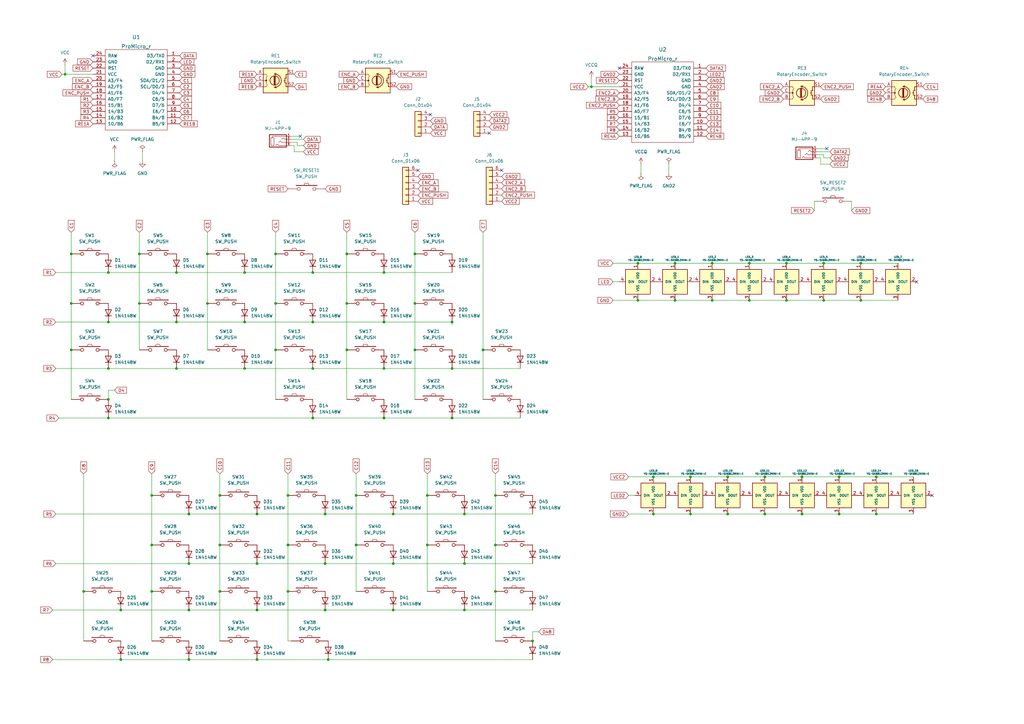
<source format=kicad_sch>
(kicad_sch (version 20211123) (generator eeschema)
  (paper "A3")
  (lib_symbols
    (symbol "Connector_Generic:Conn_01x04" (pin_names (offset 1.016) hide)
      (property "Reference" "J" (at 0 5.08 0))
      (property "Value" "Conn_01x04" (at 0 -7.62 0))
      (symbol "Conn_01x04_1_1"
        (pin passive line (at -5.08 2.54 0) (length 3.81) (name "Pin_1") (number "1"))
        (pin passive line (at -5.08 0 0) (length 3.81) (name "Pin_2") (number "2"))
        (pin passive line (at -5.08 -2.54 0) (length 3.81) (name "Pin_3") (number "3"))
        (pin passive line (at -5.08 -5.08 0) (length 3.81) (name "Pin_4") (number "4"))
      )
    )
    (symbol "Connector_Generic:Conn_01x06" (pin_names (offset 1.016) hide)
      (property "Reference" "J" (at 0 7.62 0))
      (property "Value" "Conn_01x06" (at 0 -10.16 0))
      (symbol "Conn_01x06_1_1"
        (pin passive line (at -5.08 5.08 0) (length 3.81) (name "Pin_1") (number "1"))
        (pin passive line (at -5.08 2.54 0) (length 3.81) (name "Pin_2") (number "2"))
        (pin passive line (at -5.08 0 0) (length 3.81) (name "Pin_3") (number "3"))
        (pin passive line (at -5.08 -2.54 0) (length 3.81) (name "Pin_4") (number "4"))
        (pin passive line (at -5.08 -5.08 0) (length 3.81) (name "Pin_5") (number "5"))
        (pin passive line (at -5.08 -7.62 0) (length 3.81) (name "Pin_6") (number "6"))
      )
    )
    (symbol "Device:RotaryEncoder_Switch" (pin_names (offset 0.254) hide)
      (property "Reference" "SW" (at 0 6.604 0))
      (property "Value" "RotaryEncoder_Switch" (at 0 -6.604 0))
      (symbol "RotaryEncoder_Switch_1_1"
        (pin passive line (at -7.62 2.54 0) (length 2.54) (name "A") (number "A"))
        (pin passive line (at -7.62 -2.54 0) (length 2.54) (name "B") (number "B"))
        (pin passive line (at -7.62 0 0) (length 2.54) (name "C") (number "C"))
        (pin passive line (at 7.62 2.54 180) (length 2.54) (name "S1") (number "S1"))
        (pin passive line (at 7.62 -2.54 180) (length 2.54) (name "S2") (number "S2"))
      )
    )
    (symbol "Diode:1N4148W" (pin_numbers hide) (pin_names (offset 1.016) hide)
      (property "Reference" "D" (at 0 2.54 0))
      (property "Value" "1N4148W" (at 0 -2.54 0))
      (symbol "1N4148W_1_1"
        (pin passive line (at -3.81 0 0) (length 2.54) (name "K") (number "1"))
        (pin passive line (at 3.81 0 180) (length 2.54) (name "A") (number "2"))
      )
    )
    (symbol "kbd:MJ-4PP-9" (pin_names (offset 1.016))
      (property "Reference" "J" (at 0 3.81 0))
      (property "Value" "MJ-4PP-9" (at 0 -3.81 0))
      (symbol "MJ-4PP-9_1_1"
        (pin input line (at 5.08 1.905 180) (length 2.0066) (name "~") (number "A"))
        (pin input line (at 5.08 -1.905 180) (length 2.0066) (name "~") (number "B"))
        (pin input line (at 5.08 -0.635 180) (length 2.0066) (name "~") (number "C"))
        (pin input line (at 5.08 0.635 180) (length 2.0066) (name "~") (number "D"))
      )
    )
    (symbol "kbd:ProMicro_r" (pin_names (offset 1.016))
      (property "Reference" "U" (at 1.27 22.86 0))
      (property "Value" "ProMicro_r" (at 1.27 -15.24 0))
      (symbol "ProMicro_r_1_1"
        (pin bidirectional line (at 19.05 17.78 180) (length 5.08) (name "D3/TX0") (number "1"))
        (pin bidirectional line (at 19.05 -5.08 180) (length 5.08) (name "E6/7") (number "10"))
        (pin bidirectional line (at 19.05 -7.62 180) (length 5.08) (name "B4/8") (number "11"))
        (pin bidirectional line (at 19.05 -10.16 180) (length 5.08) (name "B5/9") (number "12"))
        (pin bidirectional line (at -16.51 -10.16 0) (length 5.08) (name "10/B6") (number "13"))
        (pin bidirectional line (at -16.51 -7.62 0) (length 5.08) (name "16/B2") (number "14"))
        (pin bidirectional line (at -16.51 -5.08 0) (length 5.08) (name "14/B3") (number "15"))
        (pin bidirectional line (at -16.51 -2.54 0) (length 5.08) (name "15/B1") (number "16"))
        (pin bidirectional line (at -16.51 0 0) (length 5.08) (name "A0/F7") (number "17"))
        (pin bidirectional line (at -16.51 2.54 0) (length 5.08) (name "A1/F6") (number "18"))
        (pin bidirectional line (at -16.51 5.08 0) (length 5.08) (name "A2/F5") (number "19"))
        (pin bidirectional line (at 19.05 15.24 180) (length 5.08) (name "D2/RX1") (number "2"))
        (pin bidirectional line (at -16.51 7.62 0) (length 5.08) (name "A3/F4") (number "20"))
        (pin power_in line (at -16.51 10.16 0) (length 5.08) (name "VCC") (number "21"))
        (pin input line (at -16.51 12.7 0) (length 5.08) (name "RST") (number "22"))
        (pin power_in line (at -16.51 15.24 0) (length 5.08) (name "GND") (number "23"))
        (pin power_out line (at -16.51 17.78 0) (length 5.08) (name "RAW") (number "24"))
        (pin power_in line (at 19.05 12.7 180) (length 5.08) (name "GND") (number "3"))
        (pin power_in line (at 19.05 10.16 180) (length 5.08) (name "GND") (number "4"))
        (pin bidirectional line (at 19.05 7.62 180) (length 5.08) (name "SDA/D1/2") (number "5"))
        (pin bidirectional line (at 19.05 5.08 180) (length 5.08) (name "SCL/D0/3") (number "6"))
        (pin bidirectional line (at 19.05 2.54 180) (length 5.08) (name "D4/4") (number "7"))
        (pin bidirectional line (at 19.05 0 180) (length 5.08) (name "C6/5") (number "8"))
        (pin bidirectional line (at 19.05 -2.54 180) (length 5.08) (name "D7/6") (number "9"))
      )
    )
    (symbol "kbd:SW_PUSH" (pin_numbers hide) (pin_names (offset 1.016) hide)
      (property "Reference" "SW" (at 3.81 2.794 0))
      (property "Value" "SW_PUSH" (at 0 -2.032 0))
      (symbol "SW_PUSH_0_1"
        (pin passive inverted (at -7.62 0 0) (length 5.08) (name "1") (number "1"))
        (pin passive inverted (at 7.62 0 180) (length 5.08) (name "2") (number "2"))
      )
    )
    (symbol "kbd:YS-SK6812MINI-E" (pin_names (offset 1.016))
      (property "Reference" "LED" (at 2.54 -7.62 0))
      (property "Value" "YS-SK6812MINI-E" (at 6.35 -6.35 0))
      (symbol "YS-SK6812MINI-E_1_1"
        (pin power_in line (at 0 7.62 270) (length 2.54) (name "VDD") (number "1"))
        (pin output line (at 7.62 0 180) (length 2.54) (name "DOUT") (number "2"))
        (pin power_in line (at 0 -7.62 90) (length 2.54) (name "VSS") (number "3"))
        (pin input line (at -7.62 0 0) (length 2.54) (name "DIN") (number "4"))
      )
    )
    (symbol "power:GND" (power) (pin_names (offset 0))
      (property "Value" "GND" (at 0 -3.81 0))
      (symbol "GND_1_1"
        (pin power_in line (at 0 0 270) (length 0) hide (name "GND") (number "1"))
      )
    )
    (symbol "power:GND2" (power) (pin_names (offset 0))
      (property "Value" "GND2" (at 0 -3.81 0))
      (symbol "GND2_1_1"
        (pin power_in line (at 0 0 270) (length 0) hide (name "GND2") (number "1"))
      )
    )
    (symbol "power:PWR_FLAG" (power) (pin_numbers hide) (pin_names (offset 0) hide)
      (property "Value" "PWR_FLAG" (at 0 3.81 0))
      (symbol "PWR_FLAG_0_0"
        (pin power_out line (at 0 0 90) (length 0) (name "pwr") (number "1"))
      )
    )
    (symbol "power:VCC" (power) (pin_names (offset 0))
      (property "Value" "VCC" (at 0 3.81 0))
      (symbol "VCC_1_1"
        (pin power_in line (at 0 0 90) (length 0) hide (name "VCC") (number "1"))
      )
    )
    (symbol "power:VCCQ" (power) (pin_names (offset 0))
      (property "Value" "VCCQ" (at 0 3.81 0))
      (symbol "VCCQ_1_1"
        (pin power_in line (at 0 0 90) (length 0) hide (name "VCCQ") (number "1"))
      )
    )
  )
  (junction (at 298.45 195.58))
  (junction (at 90.17 223.52))
  (junction (at 353.06 107.95))
  (junction (at 344.17 195.58))
  (junction (at 44.45 111.76))
  (junction (at 175.26 203.2))
  (junction (at 62.23 242.57))
  (junction (at 100.33 151.13))
  (junction (at 190.5 231.14))
  (junction (at 105.41 270.51))
  (junction (at 170.18 124.46))
  (junction (at 161.29 210.82))
  (junction (at 133.35 210.82))
  (junction (at 62.23 203.2))
  (junction (at 298.45 210.82))
  (junction (at 185.42 132.08))
  (junction (at 142.24 124.46))
  (junction (at 170.18 104.14))
  (junction (at 57.15 104.14))
  (junction (at 190.5 210.82))
  (junction (at 133.35 250.19))
  (junction (at 105.41 231.14))
  (junction (at 146.05 223.52))
  (junction (at 44.45 132.08))
  (junction (at 100.33 132.08))
  (junction (at 118.11 203.2))
  (junction (at 72.39 132.08))
  (junction (at 113.03 104.14))
  (junction (at 77.47 210.82))
  (junction (at 313.69 210.82))
  (junction (at 190.5 250.19))
  (junction (at 62.23 223.52))
  (junction (at 44.45 171.45))
  (junction (at 100.33 111.76))
  (junction (at 198.12 143.51))
  (junction (at 105.41 210.82))
  (junction (at 283.21 195.58))
  (junction (at 72.39 111.76))
  (junction (at 128.27 111.76))
  (junction (at 161.29 250.19))
  (junction (at 44.45 163.83))
  (junction (at 170.18 143.51))
  (junction (at 49.53 250.19))
  (junction (at 261.62 123.19))
  (junction (at 322.58 123.19))
  (junction (at 203.2 203.2))
  (junction (at 128.27 151.13))
  (junction (at 29.21 124.46))
  (junction (at 85.09 104.14))
  (junction (at 157.48 132.08))
  (junction (at 292.1 123.19))
  (junction (at 276.86 107.95))
  (junction (at 90.17 242.57))
  (junction (at 276.86 123.19))
  (junction (at 307.34 123.19))
  (junction (at 113.03 124.46))
  (junction (at 359.41 195.58))
  (junction (at 157.48 151.13))
  (junction (at 57.15 124.46))
  (junction (at 185.42 171.45))
  (junction (at 26.67 30.48))
  (junction (at 185.42 151.13))
  (junction (at 261.62 107.95))
  (junction (at 157.48 111.76))
  (junction (at 203.2 242.57))
  (junction (at 328.93 210.82))
  (junction (at 142.24 104.14))
  (junction (at 337.82 123.19))
  (junction (at 29.21 143.51))
  (junction (at 128.27 171.45))
  (junction (at 344.17 210.82))
  (junction (at 203.2 223.52))
  (junction (at 29.21 104.14))
  (junction (at 105.41 250.19))
  (junction (at 161.29 231.14))
  (junction (at 267.97 210.82))
  (junction (at 77.47 270.51))
  (junction (at 134.62 270.51))
  (junction (at 175.26 223.52))
  (junction (at 118.11 242.57))
  (junction (at 49.53 270.51))
  (junction (at 292.1 107.95))
  (junction (at 77.47 250.19))
  (junction (at 218.44 262.89))
  (junction (at 328.93 195.58))
  (junction (at 242.57 35.56))
  (junction (at 322.58 107.95))
  (junction (at 146.05 203.2))
  (junction (at 72.39 151.13))
  (junction (at 113.03 143.51))
  (junction (at 267.97 195.58))
  (junction (at 77.47 231.14))
  (junction (at 353.06 123.19))
  (junction (at 34.29 242.57))
  (junction (at 283.21 210.82))
  (junction (at 142.24 143.51))
  (junction (at 337.82 107.95))
  (junction (at 90.17 203.2))
  (junction (at 157.48 171.45))
  (junction (at 359.41 210.82))
  (junction (at 118.11 223.52))
  (junction (at 128.27 132.08))
  (junction (at 85.09 124.46))
  (junction (at 313.69 195.58))
  (junction (at 44.45 151.13))
  (junction (at 133.35 231.14))
  (junction (at 307.34 107.95))
  (no_connect (at 375.92 115.57))
  (no_connect (at 123.19 55.88))
  (no_connect (at 254 27.94))
  (no_connect (at 171.45 69.85))
  (no_connect (at 205.74 69.85))
  (no_connect (at 339.09 60.96))
  (no_connect (at 38.1 22.86))
  (no_connect (at 382.27 203.2))
  (no_connect (at 176.53 46.99))
  (no_connect (at 200.66 54.61))
  (wire (pts (xy 175.26 223.52) (xy 175.26 242.57)))
  (wire (pts (xy 34.29 242.57) (xy 34.29 262.89)))
  (wire (pts (xy 328.93 195.58) (xy 344.17 195.58)))
  (wire (pts (xy 133.35 231.14) (xy 161.29 231.14)))
  (wire (pts (xy 335.28 62.23) (xy 340.36 62.23)))
  (wire (pts (xy 262.89 67.31) (xy 262.89 71.12)))
  (wire (pts (xy 105.41 231.14) (xy 133.35 231.14)))
  (wire (pts (xy 157.48 132.08) (xy 185.42 132.08)))
  (wire (pts (xy 185.42 151.13) (xy 213.36 151.13)))
  (wire (pts (xy 62.23 223.52) (xy 62.23 242.57)))
  (wire (pts (xy 72.39 151.13) (xy 100.33 151.13)))
  (wire (pts (xy 242.57 35.56) (xy 254 35.56)))
  (wire (pts (xy 257.81 195.58) (xy 267.97 195.58)))
  (wire (pts (xy 170.18 95.25) (xy 170.18 104.14)))
  (wire (pts (xy 62.23 242.57) (xy 62.23 262.89)))
  (wire (pts (xy 261.62 107.95) (xy 276.86 107.95)))
  (wire (pts (xy 22.86 151.13) (xy 44.45 151.13)))
  (wire (pts (xy 85.09 124.46) (xy 85.09 143.51)))
  (wire (pts (xy 334.01 86.36) (xy 334.01 82.55)))
  (wire (pts (xy 100.33 132.08) (xy 128.27 132.08)))
  (wire (pts (xy 170.18 143.51) (xy 170.18 163.83)))
  (wire (pts (xy 118.11 203.2) (xy 118.11 223.52)))
  (wire (pts (xy 44.45 132.08) (xy 22.86 132.08)))
  (wire (pts (xy 190.5 210.82) (xy 218.44 210.82)))
  (wire (pts (xy 134.62 270.51) (xy 218.44 270.51)))
  (wire (pts (xy 146.05 203.2) (xy 146.05 223.52)))
  (wire (pts (xy 85.09 104.14) (xy 85.09 124.46)))
  (wire (pts (xy 335.28 60.96) (xy 339.09 60.96)))
  (wire (pts (xy 292.1 123.19) (xy 307.34 123.19)))
  (wire (pts (xy 274.32 67.31) (xy 274.32 71.12)))
  (wire (pts (xy 44.45 171.45) (xy 128.27 171.45)))
  (wire (pts (xy 203.2 194.31) (xy 203.2 203.2)))
  (wire (pts (xy 34.29 194.31) (xy 34.29 242.57)))
  (wire (pts (xy 251.46 123.19) (xy 261.62 123.19)))
  (wire (pts (xy 322.58 107.95) (xy 337.82 107.95)))
  (wire (pts (xy 44.45 111.76) (xy 72.39 111.76)))
  (wire (pts (xy 121.92 59.69) (xy 121.92 58.42)))
  (wire (pts (xy 251.46 115.57) (xy 254 115.57)))
  (wire (pts (xy 198.12 143.51) (xy 198.12 163.83)))
  (wire (pts (xy 46.99 62.23) (xy 46.99 66.04)))
  (wire (pts (xy 185.42 171.45) (xy 213.36 171.45)))
  (wire (pts (xy 175.26 194.31) (xy 175.26 203.2)))
  (wire (pts (xy 105.41 250.19) (xy 133.35 250.19)))
  (wire (pts (xy 203.2 203.2) (xy 203.2 223.52)))
  (wire (pts (xy 344.17 210.82) (xy 359.41 210.82)))
  (wire (pts (xy 128.27 111.76) (xy 157.48 111.76)))
  (wire (pts (xy 353.06 107.95) (xy 368.3 107.95)))
  (wire (pts (xy 90.17 194.31) (xy 90.17 203.2)))
  (wire (pts (xy 313.69 210.82) (xy 328.93 210.82)))
  (wire (pts (xy 257.81 210.82) (xy 267.97 210.82)))
  (wire (pts (xy 313.69 195.58) (xy 328.93 195.58)))
  (wire (pts (xy 241.3 35.56) (xy 242.57 35.56)))
  (wire (pts (xy 276.86 123.19) (xy 292.1 123.19)))
  (wire (pts (xy 142.24 143.51) (xy 142.24 163.83)))
  (wire (pts (xy 21.59 250.19) (xy 49.53 250.19)))
  (wire (pts (xy 90.17 242.57) (xy 90.17 262.89)))
  (wire (pts (xy 72.39 111.76) (xy 100.33 111.76)))
  (wire (pts (xy 128.27 171.45) (xy 157.48 171.45)))
  (wire (pts (xy 119.38 57.15) (xy 124.46 57.15)))
  (wire (pts (xy 57.15 95.25) (xy 57.15 104.14)))
  (wire (pts (xy 337.82 64.77) (xy 337.82 63.5)))
  (wire (pts (xy 283.21 195.58) (xy 298.45 195.58)))
  (wire (pts (xy 267.97 195.58) (xy 283.21 195.58)))
  (wire (pts (xy 251.46 107.95) (xy 261.62 107.95)))
  (wire (pts (xy 283.21 210.82) (xy 298.45 210.82)))
  (wire (pts (xy 22.86 111.76) (xy 44.45 111.76)))
  (wire (pts (xy 29.21 95.25) (xy 29.21 104.14)))
  (wire (pts (xy 29.21 104.14) (xy 29.21 124.46)))
  (wire (pts (xy 49.53 270.51) (xy 77.47 270.51)))
  (wire (pts (xy 170.18 124.46) (xy 170.18 143.51)))
  (wire (pts (xy 146.05 223.52) (xy 146.05 242.57)))
  (wire (pts (xy 77.47 231.14) (xy 22.86 231.14)))
  (wire (pts (xy 267.97 210.82) (xy 283.21 210.82)))
  (wire (pts (xy 121.92 58.42) (xy 119.38 58.42)))
  (wire (pts (xy 349.25 86.36) (xy 349.25 82.55)))
  (wire (pts (xy 26.67 30.48) (xy 38.1 30.48)))
  (wire (pts (xy 85.09 95.25) (xy 85.09 104.14)))
  (wire (pts (xy 58.42 62.23) (xy 58.42 66.04)))
  (wire (pts (xy 44.45 160.02) (xy 44.45 163.83)))
  (wire (pts (xy 359.41 210.82) (xy 374.65 210.82)))
  (wire (pts (xy 62.23 194.31) (xy 62.23 203.2)))
  (wire (pts (xy 203.2 223.52) (xy 203.2 242.57)))
  (wire (pts (xy 203.2 242.57) (xy 203.2 262.89)))
  (wire (pts (xy 185.42 132.08) (xy 185.42 133.35)))
  (wire (pts (xy 118.11 262.89) (xy 119.38 262.89)))
  (wire (pts (xy 353.06 123.19) (xy 368.3 123.19)))
  (wire (pts (xy 146.05 194.31) (xy 146.05 203.2)))
  (wire (pts (xy 161.29 231.14) (xy 190.5 231.14)))
  (wire (pts (xy 44.45 132.08) (xy 72.39 132.08)))
  (wire (pts (xy 118.11 223.52) (xy 118.11 242.57)))
  (wire (pts (xy 21.59 270.51) (xy 49.53 270.51)))
  (wire (pts (xy 29.21 143.51) (xy 29.21 163.83)))
  (wire (pts (xy 22.86 210.82) (xy 77.47 210.82)))
  (wire (pts (xy 157.48 151.13) (xy 185.42 151.13)))
  (wire (pts (xy 77.47 231.14) (xy 105.41 231.14)))
  (wire (pts (xy 72.39 132.08) (xy 100.33 132.08)))
  (wire (pts (xy 307.34 123.19) (xy 322.58 123.19)))
  (wire (pts (xy 57.15 104.14) (xy 57.15 124.46)))
  (wire (pts (xy 118.11 194.31) (xy 118.11 203.2)))
  (wire (pts (xy 113.03 143.51) (xy 113.03 163.83)))
  (wire (pts (xy 118.11 242.57) (xy 118.11 262.89)))
  (wire (pts (xy 142.24 104.14) (xy 142.24 124.46)))
  (wire (pts (xy 57.15 124.46) (xy 57.15 143.51)))
  (wire (pts (xy 26.67 26.67) (xy 26.67 30.48)))
  (wire (pts (xy 344.17 195.58) (xy 359.41 195.58)))
  (wire (pts (xy 124.46 59.69) (xy 121.92 59.69)))
  (wire (pts (xy 46.99 160.02) (xy 44.45 160.02)))
  (wire (pts (xy 113.03 124.46) (xy 113.03 143.51)))
  (wire (pts (xy 242.57 31.75) (xy 242.57 35.56)))
  (wire (pts (xy 100.33 151.13) (xy 128.27 151.13)))
  (wire (pts (xy 292.1 107.95) (xy 307.34 107.95)))
  (wire (pts (xy 218.44 259.08) (xy 218.44 262.89)))
  (wire (pts (xy 25.4 30.48) (xy 26.67 30.48)))
  (wire (pts (xy 105.41 210.82) (xy 133.35 210.82)))
  (wire (pts (xy 276.86 107.95) (xy 292.1 107.95)))
  (wire (pts (xy 336.55 67.31) (xy 336.55 64.77)))
  (wire (pts (xy 328.93 210.82) (xy 344.17 210.82)))
  (wire (pts (xy 120.65 59.69) (xy 119.38 59.69)))
  (wire (pts (xy 161.29 250.19) (xy 190.5 250.19)))
  (wire (pts (xy 190.5 250.19) (xy 218.44 250.19)))
  (wire (pts (xy 257.81 203.2) (xy 260.35 203.2)))
  (wire (pts (xy 49.53 250.19) (xy 77.47 250.19)))
  (wire (pts (xy 157.48 171.45) (xy 185.42 171.45)))
  (wire (pts (xy 29.21 124.46) (xy 29.21 143.51)))
  (wire (pts (xy 133.35 250.19) (xy 161.29 250.19)))
  (wire (pts (xy 133.35 210.82) (xy 161.29 210.82)))
  (wire (pts (xy 340.36 64.77) (xy 337.82 64.77)))
  (wire (pts (xy 161.29 210.82) (xy 190.5 210.82)))
  (wire (pts (xy 113.03 104.14) (xy 113.03 124.46)))
  (wire (pts (xy 220.98 259.08) (xy 218.44 259.08)))
  (wire (pts (xy 90.17 203.2) (xy 90.17 223.52)))
  (wire (pts (xy 77.47 270.51) (xy 105.41 270.51)))
  (wire (pts (xy 90.17 223.52) (xy 90.17 242.57)))
  (wire (pts (xy 298.45 195.58) (xy 313.69 195.58)))
  (wire (pts (xy 128.27 151.13) (xy 157.48 151.13)))
  (wire (pts (xy 77.47 250.19) (xy 105.41 250.19)))
  (wire (pts (xy 120.65 62.23) (xy 120.65 59.69)))
  (wire (pts (xy 359.41 195.58) (xy 374.65 195.58)))
  (wire (pts (xy 124.46 62.23) (xy 120.65 62.23)))
  (wire (pts (xy 77.47 210.82) (xy 105.41 210.82)))
  (wire (pts (xy 100.33 111.76) (xy 128.27 111.76)))
  (wire (pts (xy 142.24 124.46) (xy 142.24 143.51)))
  (wire (pts (xy 337.82 123.19) (xy 353.06 123.19)))
  (wire (pts (xy 190.5 231.14) (xy 218.44 231.14)))
  (wire (pts (xy 337.82 107.95) (xy 353.06 107.95)))
  (wire (pts (xy 337.82 63.5) (xy 335.28 63.5)))
  (wire (pts (xy 340.36 67.31) (xy 336.55 67.31)))
  (wire (pts (xy 44.45 151.13) (xy 72.39 151.13)))
  (wire (pts (xy 105.41 270.51) (xy 134.62 270.51)))
  (wire (pts (xy 336.55 64.77) (xy 335.28 64.77)))
  (wire (pts (xy 261.62 123.19) (xy 276.86 123.19)))
  (wire (pts (xy 175.26 203.2) (xy 175.26 223.52)))
  (wire (pts (xy 119.38 55.88) (xy 123.19 55.88)))
  (wire (pts (xy 322.58 123.19) (xy 337.82 123.19)))
  (wire (pts (xy 157.48 111.76) (xy 185.42 111.76)))
  (wire (pts (xy 298.45 210.82) (xy 313.69 210.82)))
  (wire (pts (xy 113.03 95.25) (xy 113.03 104.14)))
  (wire (pts (xy 142.24 95.25) (xy 142.24 104.14)))
  (wire (pts (xy 24.13 171.45) (xy 44.45 171.45)))
  (wire (pts (xy 62.23 203.2) (xy 62.23 223.52)))
  (wire (pts (xy 170.18 104.14) (xy 170.18 124.46)))
  (wire (pts (xy 307.34 107.95) (xy 322.58 107.95)))
  (wire (pts (xy 198.12 95.25) (xy 198.12 143.51)))
  (wire (pts (xy 128.27 132.08) (xy 157.48 132.08)))
  (global_label "ENC2_PUSH" (shape input) (at 205.74 80.01 0) (property "Intersheet References" "${INTERSHEET_REFS}" (effects hide)))
  (global_label "ENC_B" (shape input) (at 38.1 35.56 180) (property "Intersheet References" "${INTERSHEET_REFS}" (effects hide)))
  (global_label "RESET" (shape input) (at 38.1 27.94 180) (property "Intersheet References" "${INTERSHEET_REFS}" (effects hide)))
  (global_label "C8" (shape input) (at 289.56 38.1 0) (property "Intersheet References" "${INTERSHEET_REFS}" (effects hide)))
  (global_label "LED2" (shape input) (at 289.56 30.48 0) (property "Intersheet References" "${INTERSHEET_REFS}" (effects hide)))
  (global_label "R8" (shape input) (at 254 53.34 180) (property "Intersheet References" "${INTERSHEET_REFS}" (effects hide)))
  (global_label "RESET2" (shape input) (at 254 33.02 180) (property "Intersheet References" "${INTERSHEET_REFS}" (effects hide)))
  (global_label "R1" (shape input) (at 22.86 111.76 180) (property "Intersheet References" "${INTERSHEET_REFS}" (effects hide)))
  (global_label "GND" (shape input) (at 73.66 27.94 0) (property "Intersheet References" "${INTERSHEET_REFS}" (effects hide)))
  (global_label "C1" (shape input) (at 29.21 95.25 90) (property "Intersheet References" "${INTERSHEET_REFS}" (effects hide)))
  (global_label "C11" (shape input) (at 289.56 45.72 0) (property "Intersheet References" "${INTERSHEET_REFS}" (effects hide)))
  (global_label "GND" (shape input) (at 105.41 33.02 180) (property "Intersheet References" "${INTERSHEET_REFS}" (effects hide)))
  (global_label "C13" (shape input) (at 175.26 194.31 90) (property "Intersheet References" "${INTERSHEET_REFS}" (effects hide)))
  (global_label "R2" (shape input) (at 38.1 43.18 180) (property "Intersheet References" "${INTERSHEET_REFS}" (effects hide)))
  (global_label "R6" (shape input) (at 22.86 231.14 180) (property "Intersheet References" "${INTERSHEET_REFS}" (effects hide)))
  (global_label "DATA" (shape input) (at 73.66 22.86 0) (property "Intersheet References" "${INTERSHEET_REFS}" (effects hide)))
  (global_label "ENC2_A" (shape input) (at 205.74 74.93 0) (property "Intersheet References" "${INTERSHEET_REFS}" (effects hide)))
  (global_label "ENC_A" (shape input) (at 171.45 74.93 0) (property "Intersheet References" "${INTERSHEET_REFS}" (effects hide)))
  (global_label "C10" (shape input) (at 289.56 43.18 0) (property "Intersheet References" "${INTERSHEET_REFS}" (effects hide)))
  (global_label "ENC_A" (shape input) (at 38.1 33.02 180) (property "Intersheet References" "${INTERSHEET_REFS}" (effects hide)))
  (global_label "C2" (shape input) (at 57.15 95.25 90) (property "Intersheet References" "${INTERSHEET_REFS}" (effects hide)))
  (global_label "GND2" (shape input) (at 336.55 40.64 0) (property "Intersheet References" "${INTERSHEET_REFS}" (effects hide)))
  (global_label "C4" (shape input) (at 73.66 40.64 0) (property "Intersheet References" "${INTERSHEET_REFS}" (effects hide)))
  (global_label "R3" (shape input) (at 38.1 45.72 180) (property "Intersheet References" "${INTERSHEET_REFS}" (effects hide)))
  (global_label "DATA" (shape input) (at 124.46 57.15 0) (property "Intersheet References" "${INTERSHEET_REFS}" (effects hide)))
  (global_label "GND2" (shape input) (at 205.74 72.39 0) (property "Intersheet References" "${INTERSHEET_REFS}" (effects hide)))
  (global_label "RE1B" (shape input) (at 105.41 35.56 180) (property "Intersheet References" "${INTERSHEET_REFS}" (effects hide)))
  (global_label "DATA2" (shape input) (at 289.56 27.94 0) (property "Intersheet References" "${INTERSHEET_REFS}" (effects hide)))
  (global_label "ENC2_B" (shape input) (at 321.31 40.64 180) (property "Intersheet References" "${INTERSHEET_REFS}" (effects hide)))
  (global_label "VCC2" (shape input) (at 205.74 82.55 0) (property "Intersheet References" "${INTERSHEET_REFS}" (effects hide)))
  (global_label "C1" (shape input) (at 120.65 30.48 0) (property "Intersheet References" "${INTERSHEET_REFS}" (effects hide)))
  (global_label "VCC" (shape input) (at 171.45 82.55 0) (property "Intersheet References" "${INTERSHEET_REFS}" (effects hide)))
  (global_label "VCC2" (shape input) (at 241.3 35.56 180) (property "Intersheet References" "${INTERSHEET_REFS}" (effects hide)))
  (global_label "D48" (shape input) (at 378.46 40.64 0) (property "Intersheet References" "${INTERSHEET_REFS}" (effects hide)))
  (global_label "R5" (shape input) (at 22.86 210.82 180) (property "Intersheet References" "${INTERSHEET_REFS}" (effects hide)))
  (global_label "RE1A" (shape input) (at 105.41 30.48 180) (property "Intersheet References" "${INTERSHEET_REFS}" (effects hide)))
  (global_label "GND" (shape input) (at 124.46 59.69 0) (property "Intersheet References" "${INTERSHEET_REFS}" (effects hide)))
  (global_label "C2" (shape input) (at 73.66 35.56 0) (property "Intersheet References" "${INTERSHEET_REFS}" (effects hide)))
  (global_label "GND" (shape input) (at 171.45 72.39 0) (property "Intersheet References" "${INTERSHEET_REFS}" (effects hide)))
  (global_label "GND2" (shape input) (at 254 30.48 180) (property "Intersheet References" "${INTERSHEET_REFS}" (effects hide)))
  (global_label "GND2" (shape input) (at 363.22 38.1 180) (property "Intersheet References" "${INTERSHEET_REFS}" (effects hide)))
  (global_label "ENC2_PUSH" (shape input) (at 336.55 35.56 0) (property "Intersheet References" "${INTERSHEET_REFS}" (effects hide)))
  (global_label "DATA2" (shape input) (at 340.36 62.23 0) (property "Intersheet References" "${INTERSHEET_REFS}" (effects hide)))
  (global_label "ENC2_B" (shape input) (at 254 40.64 180) (property "Intersheet References" "${INTERSHEET_REFS}" (effects hide)))
  (global_label "R1" (shape input) (at 38.1 40.64 180) (property "Intersheet References" "${INTERSHEET_REFS}" (effects hide)))
  (global_label "ENC_A" (shape input) (at 147.32 30.48 180) (property "Intersheet References" "${INTERSHEET_REFS}" (effects hide)))
  (global_label "VCC" (shape input) (at 251.46 107.95 180) (property "Intersheet References" "${INTERSHEET_REFS}" (effects hide)))
  (global_label "LED" (shape input) (at 73.66 25.4 0) (property "Intersheet References" "${INTERSHEET_REFS}" (effects hide)))
  (global_label "R4" (shape input) (at 24.13 171.45 180) (property "Intersheet References" "${INTERSHEET_REFS}" (effects hide)))
  (global_label "RESET2" (shape input) (at 334.01 86.36 180) (property "Intersheet References" "${INTERSHEET_REFS}" (effects hide)))
  (global_label "GND" (shape input) (at 251.46 123.19 180) (property "Intersheet References" "${INTERSHEET_REFS}" (effects hide)))
  (global_label "RE4B" (shape input) (at 289.56 55.88 0) (property "Intersheet References" "${INTERSHEET_REFS}" (effects hide)))
  (global_label "ENC_PUSH" (shape input) (at 162.56 30.48 0) (property "Intersheet References" "${INTERSHEET_REFS}" (effects hide)))
  (global_label "GND2" (shape input) (at 340.36 64.77 0) (property "Intersheet References" "${INTERSHEET_REFS}" (effects hide)))
  (global_label "C9" (shape input) (at 289.56 40.64 0) (property "Intersheet References" "${INTERSHEET_REFS}" (effects hide)))
  (global_label "C6" (shape input) (at 73.66 45.72 0) (property "Intersheet References" "${INTERSHEET_REFS}" (effects hide)))
  (global_label "R5" (shape input) (at 254 45.72 180) (property "Intersheet References" "${INTERSHEET_REFS}" (effects hide)))
  (global_label "D4" (shape input) (at 120.65 35.56 0) (property "Intersheet References" "${INTERSHEET_REFS}" (effects hide)))
  (global_label "ENC_PUSH" (shape input) (at 171.45 80.01 0) (property "Intersheet References" "${INTERSHEET_REFS}" (effects hide)))
  (global_label "GND2" (shape input) (at 289.56 33.02 0) (property "Intersheet References" "${INTERSHEET_REFS}" (effects hide)))
  (global_label "GND2" (shape input) (at 289.56 35.56 0) (property "Intersheet References" "${INTERSHEET_REFS}" (effects hide)))
  (global_label "R8" (shape input) (at 21.59 270.51 180) (property "Intersheet References" "${INTERSHEET_REFS}" (effects hide)))
  (global_label "VCC2" (shape input) (at 257.81 195.58 180) (property "Intersheet References" "${INTERSHEET_REFS}" (effects hide)))
  (global_label "C1" (shape input) (at 73.66 33.02 0) (property "Intersheet References" "${INTERSHEET_REFS}" (effects hide)))
  (global_label "C11" (shape input) (at 118.11 194.31 90) (property "Intersheet References" "${INTERSHEET_REFS}" (effects hide)))
  (global_label "ENC2_A" (shape input) (at 254 38.1 180) (property "Intersheet References" "${INTERSHEET_REFS}" (effects hide)))
  (global_label "C4" (shape input) (at 113.03 95.25 90) (property "Intersheet References" "${INTERSHEET_REFS}" (effects hide)))
  (global_label "ENC2_B" (shape input) (at 205.74 77.47 0) (property "Intersheet References" "${INTERSHEET_REFS}" (effects hide)))
  (global_label "C14" (shape input) (at 203.2 194.31 90) (property "Intersheet References" "${INTERSHEET_REFS}" (effects hide)))
  (global_label "GND" (shape input) (at 73.66 30.48 0) (property "Intersheet References" "${INTERSHEET_REFS}" (effects hide)))
  (global_label "C14" (shape input) (at 378.46 35.56 0) (property "Intersheet References" "${INTERSHEET_REFS}" (effects hide)))
  (global_label "GND" (shape input) (at 176.53 49.53 0) (property "Intersheet References" "${INTERSHEET_REFS}" (effects hide)))
  (global_label "C7" (shape input) (at 73.66 48.26 0) (property "Intersheet References" "${INTERSHEET_REFS}" (effects hide)))
  (global_label "C5" (shape input) (at 142.24 95.25 90) (property "Intersheet References" "${INTERSHEET_REFS}" (effects hide)))
  (global_label "DATA" (shape input) (at 176.53 52.07 0) (property "Intersheet References" "${INTERSHEET_REFS}" (effects hide)))
  (global_label "ENC_B" (shape input) (at 147.32 35.56 180) (property "Intersheet References" "${INTERSHEET_REFS}" (effects hide)))
  (global_label "ENC_PUSH" (shape input) (at 38.1 38.1 180) (property "Intersheet References" "${INTERSHEET_REFS}" (effects hide)))
  (global_label "RE1A" (shape input) (at 38.1 50.8 180) (property "Intersheet References" "${INTERSHEET_REFS}" (effects hide)))
  (global_label "D48" (shape input) (at 220.98 259.08 0) (property "Intersheet References" "${INTERSHEET_REFS}" (effects hide)))
  (global_label "C8" (shape input) (at 34.29 194.31 90) (property "Intersheet References" "${INTERSHEET_REFS}" (effects hide)))
  (global_label "GND2" (shape input) (at 200.66 52.07 0) (property "Intersheet References" "${INTERSHEET_REFS}" (effects hide)))
  (global_label "GND2" (shape input) (at 257.81 210.82 180) (property "Intersheet References" "${INTERSHEET_REFS}" (effects hide)))
  (global_label "VCC2" (shape input) (at 200.66 46.99 0) (property "Intersheet References" "${INTERSHEET_REFS}" (effects hide)))
  (global_label "C14" (shape input) (at 289.56 53.34 0) (property "Intersheet References" "${INTERSHEET_REFS}" (effects hide)))
  (global_label "R7" (shape input) (at 254 50.8 180) (property "Intersheet References" "${INTERSHEET_REFS}" (effects hide)))
  (global_label "C10" (shape input) (at 90.17 194.31 90) (property "Intersheet References" "${INTERSHEET_REFS}" (effects hide)))
  (global_label "C7" (shape input) (at 198.12 95.25 90) (property "Intersheet References" "${INTERSHEET_REFS}" (effects hide)))
  (global_label "GND" (shape input) (at 162.56 35.56 0) (property "Intersheet References" "${INTERSHEET_REFS}" (effects hide)))
  (global_label "RE4A" (shape input) (at 363.22 35.56 180) (property "Intersheet References" "${INTERSHEET_REFS}" (effects hide)))
  (global_label "C9" (shape input) (at 62.23 194.31 90) (property "Intersheet References" "${INTERSHEET_REFS}" (effects hide)))
  (global_label "R6" (shape input) (at 254 48.26 180) (property "Intersheet References" "${INTERSHEET_REFS}" (effects hide)))
  (global_label "C12" (shape input) (at 146.05 194.31 90) (property "Intersheet References" "${INTERSHEET_REFS}" (effects hide)))
  (global_label "VCC" (shape input) (at 124.46 62.23 0) (property "Intersheet References" "${INTERSHEET_REFS}" (effects hide)))
  (global_label "C3" (shape input) (at 73.66 38.1 0) (property "Intersheet References" "${INTERSHEET_REFS}" (effects hide)))
  (global_label "R4" (shape input) (at 38.1 48.26 180) (property "Intersheet References" "${INTERSHEET_REFS}" (effects hide)))
  (global_label "C3" (shape input) (at 85.09 95.25 90) (property "Intersheet References" "${INTERSHEET_REFS}" (effects hide)))
  (global_label "GND2" (shape input) (at 321.31 38.1 180) (property "Intersheet References" "${INTERSHEET_REFS}" (effects hide)))
  (global_label "GND" (shape input) (at 133.35 77.47 0) (property "Intersheet References" "${INTERSHEET_REFS}" (effects hide)))
  (global_label "LED2" (shape input) (at 257.81 203.2 180) (property "Intersheet References" "${INTERSHEET_REFS}" (effects hide)))
  (global_label "LED" (shape input) (at 251.46 115.57 180) (property "Intersheet References" "${INTERSHEET_REFS}" (effects hide)))
  (global_label "GND" (shape input) (at 38.1 25.4 180) (property "Intersheet References" "${INTERSHEET_REFS}" (effects hide)))
  (global_label "VCC" (shape input) (at 25.4 30.48 180) (property "Intersheet References" "${INTERSHEET_REFS}" (effects hide)))
  (global_label "C12" (shape input) (at 289.56 48.26 0) (property "Intersheet References" "${INTERSHEET_REFS}" (effects hide)))
  (global_label "VCC2" (shape input) (at 340.36 67.31 0) (property "Intersheet References" "${INTERSHEET_REFS}" (effects hide)))
  (global_label "R7" (shape input) (at 21.59 250.19 180) (property "Intersheet References" "${INTERSHEET_REFS}" (effects hide)))
  (global_label "ENC2_PUSH" (shape input) (at 254 43.18 180) (property "Intersheet References" "${INTERSHEET_REFS}" (effects hide)))
  (global_label "C5" (shape input) (at 73.66 43.18 0) (property "Intersheet References" "${INTERSHEET_REFS}" (effects hide)))
  (global_label "C13" (shape input) (at 289.56 50.8 0) (property "Intersheet References" "${INTERSHEET_REFS}" (effects hide)))
  (global_label "RE4A" (shape input) (at 254 55.88 180) (property "Intersheet References" "${INTERSHEET_REFS}" (effects hide)))
  (global_label "GND2" (shape input) (at 349.25 86.36 0) (property "Intersheet References" "${INTERSHEET_REFS}" (effects hide)))
  (global_label "RE1B" (shape input) (at 73.66 50.8 0) (property "Intersheet References" "${INTERSHEET_REFS}" (effects hide)))
  (global_label "D4" (shape input) (at 46.99 160.02 0) (property "Intersheet References" "${INTERSHEET_REFS}" (effects hide)))
  (global_label "GND" (shape input) (at 147.32 33.02 180) (property "Intersheet References" "${INTERSHEET_REFS}" (effects hide)))
  (global_label "R3" (shape input) (at 22.86 151.13 180) (property "Intersheet References" "${INTERSHEET_REFS}" (effects hide)))
  (global_label "R2" (shape input) (at 22.86 132.08 180) (property "Intersheet References" "${INTERSHEET_REFS}" (effects hide)))
  (global_label "RESET" (shape input) (at 118.11 77.47 180) (property "Intersheet References" "${INTERSHEET_REFS}" (effects hide)))
  (global_label "ENC_B" (shape input) (at 171.45 77.47 0) (property "Intersheet References" "${INTERSHEET_REFS}" (effects hide)))
  (global_label "C6" (shape input) (at 170.18 95.25 90) (property "Intersheet References" "${INTERSHEET_REFS}" (effects hide)))
  (global_label "VCC" (shape input) (at 176.53 54.61 0) (property "Intersheet References" "${INTERSHEET_REFS}" (effects hide)))
  (global_label "DATA2" (shape input) (at 200.66 49.53 0) (property "Intersheet References" "${INTERSHEET_REFS}" (effects hide)))
  (global_label "ENC2_A" (shape input) (at 321.31 35.56 180) (property "Intersheet References" "${INTERSHEET_REFS}" (effects hide)))
  (global_label "RE4B" (shape input) (at 363.22 40.64 180) (property "Intersheet References" "${INTERSHEET_REFS}" (effects hide)))
  (symbol (lib_id "Diode:1N4148W") (at 133.35 246.38 90) (unit 1)
    (property "Reference" "D37" (at 135.89 245.1099 90) (effects (justify right)))
    (property "Value" "1N4148W" (at 135.89 247.6499 90) (effects (justify right)))
    (property "Footprint" "kbd:D3_SMD_v2" (effects hide))
    (property "Datasheet" "https://www.vishay.com/docs/85748/1n4148w.pdf" (effects hide))
  )
  (symbol (lib_id "Connector_Generic:Conn_01x06") (at 166.37 77.47 180) (unit 1)
    (property "Reference" "J3" (at 166.37 63.5 0))
    (property "Value" "Conn_01x06" (at 166.37 66.04 0))
    (property "Footprint" "e3w2q:JST_SH_BM03B-SRSS-TB_1x06-1MP_P1.00mm_Vertical" (effects hide))
  )
  (symbol (lib_id "kbd:ProMicro_r") (at 270.51 45.72 0) (unit 1)
    (property "Reference" "U2" (at 271.78 20.32 0) (effects (font (size 1.524 1.524))))
    (property "Value" "ProMicro_r" (at 271.78 24.13 0) (effects (font (size 1.524 1.524))))
    (property "Footprint" "e3w2q:ProMicro" (effects hide))
  )
  (symbol (lib_id "Diode:1N4148W") (at 105.41 246.38 90) (unit 1)
    (property "Reference" "D33" (at 107.95 245.1099 90) (effects (justify right)))
    (property "Value" "1N4148W" (at 107.95 247.6499 90) (effects (justify right)))
    (property "Footprint" "kbd:D3_SMD_v2" (effects hide))
    (property "Datasheet" "https://www.vishay.com/docs/85748/1n4148w.pdf" (effects hide))
  )
  (symbol (lib_id "Connector_Generic:Conn_01x04") (at 171.45 52.07 180) (unit 1)
    (property "Reference" "J2" (at 171.45 40.64 0))
    (property "Value" "Conn_01x04" (at 171.45 43.18 0))
    (property "Footprint" "e3w2q:JST_SH_BM03B-SRSS-TB_1x04-1MP_P1.00mm_Vertical" (effects hide))
  )
  (symbol (lib_id "Diode:1N4148W") (at 133.35 207.01 90) (unit 1)
    (property "Reference" "D35" (at 135.89 205.7399 90) (effects (justify right)))
    (property "Value" "1N4148W" (at 135.89 208.2799 90) (effects (justify right)))
    (property "Footprint" "kbd:D3_SMD_v2" (effects hide))
    (property "Datasheet" "https://www.vishay.com/docs/85748/1n4148w.pdf" (effects hide))
  )
  (symbol (lib_id "power:PWR_FLAG") (at 262.89 71.12 180) (unit 1)
    (property "Reference" "#FLG03" (effects hide))
    (property "Value" "PWR_FLAG" (at 262.89 76.2 0))
  )
  (symbol (lib_id "Diode:1N4148W") (at 134.62 266.7 90) (unit 1)
    (property "Reference" "D38" (at 137.16 265.4299 90) (effects (justify right)))
    (property "Value" "1N4148W" (at 137.16 267.9699 90) (effects (justify right)))
    (property "Footprint" "kbd:D3_SMD_v2" (effects hide))
    (property "Datasheet" "https://www.vishay.com/docs/85748/1n4148w.pdf" (effects hide))
  )
  (symbol (lib_id "kbd:SW_PUSH") (at 97.79 242.57 0) (unit 1)
    (property "Reference" "SW33" (at 97.79 234.95 0))
    (property "Value" "SW_PUSH" (at 97.79 237.49 0))
    (property "Footprint" "kbd:CherryMX_Hotswap" (effects hide))
  )
  (symbol (lib_id "power:GND") (at 58.42 66.04 0) (unit 1)
    (property "Reference" "#PWR02" (effects hide))
    (property "Value" "GND" (at 58.42 71.12 0))
  )
  (symbol (lib_id "kbd:YS-SK6812MINI-E") (at 298.45 203.2 0) (unit 1)
    (property "Reference" "LED_10" (at 298.45 193.04 0) (effects (font (size 0.7366 0.7366))))
    (property "Value" "YS-SK6812MINI-E" (at 299.72 194.31 0) (effects (font (size 0.7366 0.7366))))
    (property "Footprint" "kbd:YS-SK6812MINI-E" (effects hide))
  )
  (symbol (lib_id "Diode:1N4148W") (at 213.36 147.32 90) (unit 1)
    (property "Reference" "D23" (at 215.9 146.0499 90) (effects (justify right)))
    (property "Value" "1N4148W" (at 215.9 148.5899 90) (effects (justify right)))
    (property "Footprint" "kbd:D3_SMD_v2" (effects hide))
    (property "Datasheet" "https://www.vishay.com/docs/85748/1n4148w.pdf" (effects hide))
  )
  (symbol (lib_id "kbd:SW_PUSH") (at 177.8 104.14 0) (unit 1)
    (property "Reference" "SW19" (at 177.8 96.52 0))
    (property "Value" "SW_PUSH" (at 177.8 99.06 0))
    (property "Footprint" "kbd:CherryMX_Hotswap" (effects hide))
  )
  (symbol (lib_id "kbd:SW_PUSH") (at 64.77 124.46 0) (unit 1)
    (property "Reference" "SW6" (at 64.77 116.84 0))
    (property "Value" "SW_PUSH" (at 64.77 119.38 0))
    (property "Footprint" "kbd:CherryMX_Hotswap" (effects hide))
  )
  (symbol (lib_id "Diode:1N4148W") (at 44.45 128.27 90) (unit 1)
    (property "Reference" "D2" (at 46.99 126.9999 90) (effects (justify right)))
    (property "Value" "1N4148W" (at 46.99 129.5399 90) (effects (justify right)))
    (property "Footprint" "kbd:D3_SMD_v2" (effects hide))
    (property "Datasheet" "https://www.vishay.com/docs/85748/1n4148w.pdf" (effects hide))
  )
  (symbol (lib_id "Diode:1N4148W") (at 218.44 227.33 90) (unit 1)
    (property "Reference" "D46" (at 220.98 226.0599 90) (effects (justify right)))
    (property "Value" "1N4148W" (at 220.98 228.5999 90) (effects (justify right)))
    (property "Footprint" "kbd:D3_SMD_v2" (effects hide))
    (property "Datasheet" "https://www.vishay.com/docs/85748/1n4148w.pdf" (effects hide))
  )
  (symbol (lib_id "Diode:1N4148W") (at 218.44 207.01 90) (unit 1)
    (property "Reference" "D45" (at 220.98 205.7399 90) (effects (justify right)))
    (property "Value" "1N4148W" (at 220.98 208.2799 90) (effects (justify right)))
    (property "Footprint" "kbd:D3_SMD_v2" (effects hide))
    (property "Datasheet" "https://www.vishay.com/docs/85748/1n4148w.pdf" (effects hide))
  )
  (symbol (lib_id "Diode:1N4148W") (at 49.53 246.38 90) (unit 1)
    (property "Reference" "D25" (at 52.07 245.1099 90) (effects (justify right)))
    (property "Value" "1N4148W" (at 52.07 247.6499 90) (effects (justify right)))
    (property "Footprint" "kbd:D3_SMD_v2" (effects hide))
    (property "Datasheet" "https://www.vishay.com/docs/85748/1n4148w.pdf" (effects hide))
  )
  (symbol (lib_id "power:GND2") (at 274.32 71.12 0) (unit 1)
    (property "Reference" "#PWR05" (effects hide))
    (property "Value" "GND2" (at 274.32 76.2 0))
  )
  (symbol (lib_id "kbd:SW_PUSH") (at 125.73 242.57 0) (unit 1)
    (property "Reference" "SW37" (at 125.73 234.95 0))
    (property "Value" "SW_PUSH" (at 125.73 237.49 0))
    (property "Footprint" "kbd:CherryMX_Hotswap" (effects hide))
  )
  (symbol (lib_id "Diode:1N4148W") (at 161.29 207.01 270) (mirror x) (unit 1)
    (property "Reference" "D39" (at 163.83 205.7399 90) (effects (justify left)))
    (property "Value" "1N4148W" (at 163.83 208.2799 90) (effects (justify left)))
    (property "Footprint" "kbd:D3_SMD_v2" (effects hide))
    (property "Datasheet" "https://www.vishay.com/docs/85748/1n4148w.pdf" (effects hide))
  )
  (symbol (lib_id "kbd:YS-SK6812MINI-E") (at 267.97 203.2 0) (unit 1)
    (property "Reference" "LED_8" (at 267.97 193.04 0) (effects (font (size 0.7366 0.7366))))
    (property "Value" "YS-SK6812MINI-E" (at 269.24 194.31 0) (effects (font (size 0.7366 0.7366))))
    (property "Footprint" "kbd:YS-SK6812MINI-E" (effects hide))
  )
  (symbol (lib_id "Diode:1N4148W") (at 128.27 147.32 90) (unit 1)
    (property "Reference" "D13" (at 130.81 146.0499 90) (effects (justify right)))
    (property "Value" "1N4148W" (at 130.81 148.5899 90) (effects (justify right)))
    (property "Footprint" "kbd:D3_SMD_v2" (effects hide))
    (property "Datasheet" "https://www.vishay.com/docs/85748/1n4148w.pdf" (effects hide))
  )
  (symbol (lib_id "Diode:1N4148W") (at 128.27 167.64 90) (unit 1)
    (property "Reference" "D14" (at 130.81 166.3699 90) (effects (justify right)))
    (property "Value" "1N4148W" (at 130.81 168.9099 90) (effects (justify right)))
    (property "Footprint" "kbd:D3_SMD_v2" (effects hide))
    (property "Datasheet" "https://www.vishay.com/docs/85748/1n4148w.pdf" (effects hide))
  )
  (symbol (lib_id "Diode:1N4148W") (at 72.39 147.32 90) (unit 1)
    (property "Reference" "D7" (at 74.93 146.0499 90) (effects (justify right)))
    (property "Value" "1N4148W" (at 74.93 148.5899 90) (effects (justify right)))
    (property "Footprint" "kbd:D3_SMD_v2" (effects hide))
    (property "Datasheet" "https://www.vishay.com/docs/85748/1n4148w.pdf" (effects hide))
  )
  (symbol (lib_id "Diode:1N4148W") (at 157.48 167.64 90) (unit 1)
    (property "Reference" "D18" (at 160.02 166.3699 90) (effects (justify right)))
    (property "Value" "1N4148W" (at 160.02 168.9099 90) (effects (justify right)))
    (property "Footprint" "kbd:D3_SMD_v2" (effects hide))
    (property "Datasheet" "https://www.vishay.com/docs/85748/1n4148w.pdf" (effects hide))
  )
  (symbol (lib_id "power:VCC") (at 26.67 26.67 0) (unit 1)
    (property "Reference" "#PWR0101" (effects hide))
    (property "Value" "VCC" (at 26.67 21.59 0))
  )
  (symbol (lib_id "Diode:1N4148W") (at 190.5 227.33 90) (unit 1)
    (property "Reference" "D43" (at 193.04 226.0599 90) (effects (justify right)))
    (property "Value" "1N4148W" (at 193.04 228.5999 90) (effects (justify right)))
    (property "Footprint" "kbd:D3_SMD_v2" (effects hide))
    (property "Datasheet" "https://www.vishay.com/docs/85748/1n4148w.pdf" (effects hide))
  )
  (symbol (lib_id "Diode:1N4148W") (at 157.48 128.27 90) (unit 1)
    (property "Reference" "D16" (at 160.02 126.9999 90) (effects (justify right)))
    (property "Value" "1N4148W" (at 160.02 129.5399 90) (effects (justify right)))
    (property "Footprint" "kbd:D3_SMD_v2" (effects hide))
    (property "Datasheet" "https://www.vishay.com/docs/85748/1n4148w.pdf" (effects hide))
  )
  (symbol (lib_id "kbd:YS-SK6812MINI-E") (at 368.3 115.57 0) (unit 1)
    (property "Reference" "LED_7" (at 368.3 105.41 0) (effects (font (size 0.7366 0.7366))))
    (property "Value" "YS-SK6812MINI-E" (at 369.57 106.68 0) (effects (font (size 0.7366 0.7366))))
    (property "Footprint" "kbd:YS-SK6812MINI-E" (effects hide))
  )
  (symbol (lib_id "kbd:SW_PUSH") (at 210.82 203.2 0) (unit 1)
    (property "Reference" "SW45" (at 210.82 195.58 0))
    (property "Value" "SW_PUSH" (at 210.82 198.12 0))
    (property "Footprint" "kbd:CherryMX_Hotswap" (effects hide))
  )
  (symbol (lib_id "Diode:1N4148W") (at 44.45 147.32 90) (unit 1)
    (property "Reference" "D3" (at 46.99 146.0499 90) (effects (justify right)))
    (property "Value" "1N4148W" (at 46.99 148.5899 90) (effects (justify right)))
    (property "Footprint" "kbd:D3_SMD_v2" (effects hide))
    (property "Datasheet" "https://www.vishay.com/docs/85748/1n4148w.pdf" (effects hide))
  )
  (symbol (lib_id "kbd:YS-SK6812MINI-E") (at 292.1 115.57 0) (unit 1)
    (property "Reference" "LED_2" (at 292.1 105.41 0) (effects (font (size 0.7366 0.7366))))
    (property "Value" "YS-SK6812MINI-E" (at 293.37 106.68 0) (effects (font (size 0.7366 0.7366))))
    (property "Footprint" "kbd:YS-SK6812MINI-E" (effects hide))
  )
  (symbol (lib_id "kbd:SW_PUSH") (at 210.82 262.89 0) (unit 1)
    (property "Reference" "SW48" (at 210.82 255.27 0))
    (property "Value" "SW_PUSH" (at 210.82 257.81 0))
    (property "Footprint" "kbd:CherryMX_Hotswap" (effects hide))
  )
  (symbol (lib_id "kbd:SW_PUSH") (at 177.8 124.46 0) (unit 1)
    (property "Reference" "SW20" (at 177.8 116.84 0))
    (property "Value" "SW_PUSH" (at 177.8 119.38 0))
    (property "Footprint" "kbd:CherryMX_Hotswap" (effects hide))
  )
  (symbol (lib_id "Diode:1N4148W") (at 105.41 227.33 90) (unit 1)
    (property "Reference" "D32" (at 107.95 226.0599 90) (effects (justify right)))
    (property "Value" "1N4148W" (at 107.95 228.5999 90) (effects (justify right)))
    (property "Footprint" "kbd:D3_SMD_v2" (effects hide))
    (property "Datasheet" "https://www.vishay.com/docs/85748/1n4148w.pdf" (effects hide))
  )
  (symbol (lib_id "kbd:YS-SK6812MINI-E") (at 344.17 203.2 0) (unit 1)
    (property "Reference" "LED_13" (at 344.17 193.04 0) (effects (font (size 0.7366 0.7366))))
    (property "Value" "YS-SK6812MINI-E" (at 345.44 194.31 0) (effects (font (size 0.7366 0.7366))))
    (property "Footprint" "kbd:YS-SK6812MINI-E" (effects hide))
  )
  (symbol (lib_id "kbd:SW_PUSH") (at 341.63 82.55 0) (unit 1)
    (property "Reference" "SW_RESET2" (at 341.63 74.93 0))
    (property "Value" "SW_PUSH" (at 341.63 77.47 0))
    (property "Footprint" "kbd:ResetSW_1side" (effects hide))
  )
  (symbol (lib_id "kbd:SW_PUSH") (at 127 262.89 0) (unit 1)
    (property "Reference" "SW38" (at 127 255.27 0))
    (property "Value" "SW_PUSH" (at 127 257.81 0))
    (property "Footprint" "kbd:CherryMX_Hotswap" (effects hide))
  )
  (symbol (lib_id "kbd:SW_PUSH") (at 92.71 104.14 0) (unit 1)
    (property "Reference" "SW8" (at 92.71 96.52 0))
    (property "Value" "SW_PUSH" (at 92.71 99.06 0))
    (property "Footprint" "kbd:CherryMX_Hotswap" (effects hide))
  )
  (symbol (lib_id "Diode:1N4148W") (at 100.33 128.27 90) (unit 1)
    (property "Reference" "D9" (at 102.87 126.9999 90) (effects (justify right)))
    (property "Value" "1N4148W" (at 102.87 129.5399 90) (effects (justify right)))
    (property "Footprint" "kbd:D3_SMD_v2" (effects hide))
    (property "Datasheet" "https://www.vishay.com/docs/85748/1n4148w.pdf" (effects hide))
  )
  (symbol (lib_id "kbd:SW_PUSH") (at 210.82 223.52 0) (unit 1)
    (property "Reference" "SW46" (at 210.82 215.9 0))
    (property "Value" "SW_PUSH" (at 210.82 218.44 0))
    (property "Footprint" "kbd:CherryMX_Hotswap" (effects hide))
  )
  (symbol (lib_id "kbd:SW_PUSH") (at 97.79 223.52 0) (unit 1)
    (property "Reference" "SW32" (at 97.79 215.9 0))
    (property "Value" "SW_PUSH" (at 97.79 218.44 0))
    (property "Footprint" "kbd:CherryMX_Hotswap" (effects hide))
  )
  (symbol (lib_id "kbd:SW_PUSH") (at 205.74 143.51 0) (unit 1)
    (property "Reference" "SW23" (at 205.74 135.89 0))
    (property "Value" "SW_PUSH" (at 205.74 138.43 0))
    (property "Footprint" "kbd:CherryMX_Hotswap" (effects hide))
  )
  (symbol (lib_id "kbd:SW_PUSH") (at 149.86 104.14 0) (unit 1)
    (property "Reference" "SW15" (at 149.86 96.52 0))
    (property "Value" "SW_PUSH" (at 149.86 99.06 0))
    (property "Footprint" "kbd:CherryMX_Hotswap" (effects hide))
  )
  (symbol (lib_id "Diode:1N4148W") (at 77.47 207.01 90) (unit 1)
    (property "Reference" "D27" (at 80.01 205.7399 90) (effects (justify right)))
    (property "Value" "1N4148W" (at 80.01 208.2799 90) (effects (justify right)))
    (property "Footprint" "kbd:D3_SMD_v2" (effects hide))
    (property "Datasheet" "https://www.vishay.com/docs/85748/1n4148w.pdf" (effects hide))
  )
  (symbol (lib_id "kbd:SW_PUSH") (at 153.67 203.2 0) (unit 1)
    (property "Reference" "SW39" (at 153.67 195.58 0))
    (property "Value" "SW_PUSH" (at 153.67 198.12 0))
    (property "Footprint" "kbd:CherryMX_Hotswap" (effects hide))
  )
  (symbol (lib_id "Diode:1N4148W") (at 185.42 147.32 90) (unit 1)
    (property "Reference" "D21" (at 187.96 146.0499 90) (effects (justify right)))
    (property "Value" "1N4148W" (at 187.96 148.5899 90) (effects (justify right)))
    (property "Footprint" "kbd:D3_SMD_v2" (effects hide))
    (property "Datasheet" "https://www.vishay.com/docs/85748/1n4148w.pdf" (effects hide))
  )
  (symbol (lib_id "kbd:SW_PUSH") (at 182.88 223.52 0) (unit 1)
    (property "Reference" "SW43" (at 182.88 215.9 0))
    (property "Value" "SW_PUSH" (at 182.88 218.44 0))
    (property "Footprint" "kbd:CherryMX_Hotswap" (effects hide))
  )
  (symbol (lib_id "Diode:1N4148W") (at 128.27 107.95 90) (unit 1)
    (property "Reference" "D11" (at 130.81 106.6799 90) (effects (justify right)))
    (property "Value" "1N4148W" (at 130.81 109.2199 90) (effects (justify right)))
    (property "Footprint" "kbd:D3_SMD_v2" (effects hide))
    (property "Datasheet" "https://www.vishay.com/docs/85748/1n4148w.pdf" (effects hide))
  )
  (symbol (lib_id "Diode:1N4148W") (at 161.29 227.33 90) (unit 1)
    (property "Reference" "D40" (at 163.83 226.0599 90) (effects (justify right)))
    (property "Value" "1N4148W" (at 163.83 228.5999 90) (effects (justify right)))
    (property "Footprint" "kbd:D3_SMD_v2" (effects hide))
    (property "Datasheet" "https://www.vishay.com/docs/85748/1n4148w.pdf" (effects hide))
  )
  (symbol (lib_id "kbd:SW_PUSH") (at 177.8 143.51 0) (unit 1)
    (property "Reference" "SW21" (at 177.8 135.89 0))
    (property "Value" "SW_PUSH" (at 177.8 138.43 0))
    (property "Footprint" "kbd:CherryMX_Hotswap" (effects hide))
  )
  (symbol (lib_id "kbd:SW_PUSH") (at 149.86 143.51 0) (unit 1)
    (property "Reference" "SW17" (at 149.86 135.89 0))
    (property "Value" "SW_PUSH" (at 149.86 138.43 0))
    (property "Footprint" "kbd:CherryMX_Hotswap" (effects hide))
  )
  (symbol (lib_id "kbd:SW_PUSH") (at 36.83 163.83 0) (unit 1)
    (property "Reference" "SW4" (at 36.83 156.21 0))
    (property "Value" "SW_PUSH" (at 36.83 158.75 0))
    (property "Footprint" "kbd:CherryMX_Hotswap" (effects hide))
  )
  (symbol (lib_id "Diode:1N4148W") (at 77.47 227.33 90) (unit 1)
    (property "Reference" "D28" (at 80.01 226.0599 90) (effects (justify right)))
    (property "Value" "1N4148W" (at 80.01 228.5999 90) (effects (justify right)))
    (property "Footprint" "kbd:D3_SMD_v2" (effects hide))
    (property "Datasheet" "https://www.vishay.com/docs/85748/1n4148w.pdf" (effects hide))
  )
  (symbol (lib_id "Diode:1N4148W") (at 49.53 266.7 90) (unit 1)
    (property "Reference" "D26" (at 52.07 265.4299 90) (effects (justify right)))
    (property "Value" "1N4148W" (at 52.07 267.9699 90) (effects (justify right)))
    (property "Footprint" "kbd:D3_SMD_v2" (effects hide))
    (property "Datasheet" "https://www.vishay.com/docs/85748/1n4148w.pdf" (effects hide))
  )
  (symbol (lib_id "kbd:SW_PUSH") (at 125.73 203.2 0) (unit 1)
    (property "Reference" "SW35" (at 125.73 195.58 0))
    (property "Value" "SW_PUSH" (at 125.73 198.12 0))
    (property "Footprint" "kbd:CherryMX_Hotswap" (effects hide))
  )
  (symbol (lib_id "Diode:1N4148W") (at 190.5 246.38 90) (unit 1)
    (property "Reference" "D44" (at 193.04 245.1099 90) (effects (justify right)))
    (property "Value" "1N4148W" (at 193.04 247.6499 90) (effects (justify right)))
    (property "Footprint" "kbd:D3_SMD_v2" (effects hide))
    (property "Datasheet" "https://www.vishay.com/docs/85748/1n4148w.pdf" (effects hide))
  )
  (symbol (lib_id "Diode:1N4148W") (at 77.47 266.7 90) (unit 1)
    (property "Reference" "D30" (at 80.01 265.4299 90) (effects (justify right)))
    (property "Value" "1N4148W" (at 80.01 267.9699 90) (effects (justify right)))
    (property "Footprint" "kbd:D3_SMD_v2" (effects hide))
    (property "Datasheet" "https://www.vishay.com/docs/85748/1n4148w.pdf" (effects hide))
  )
  (symbol (lib_id "Device:RotaryEncoder_Switch") (at 113.03 33.02 0) (unit 1)
    (property "Reference" "RE1" (at 113.03 22.86 0))
    (property "Value" "RotaryEncoder_Switch" (at 113.03 25.4 0))
    (property "Footprint" "e3w2q:RotaryEncoder_Alps_EC11E-Switch_Vertical_H20mm_rev2" (effects hide))
  )
  (symbol (lib_id "kbd:SW_PUSH") (at 41.91 242.57 0) (unit 1)
    (property "Reference" "SW25" (at 41.91 234.95 0))
    (property "Value" "SW_PUSH" (at 41.91 237.49 0))
    (property "Footprint" "kbd:CherryMX_Hotswap" (effects hide))
  )
  (symbol (lib_id "Diode:1N4148W") (at 105.41 207.01 90) (unit 1)
    (property "Reference" "D31" (at 107.95 205.7399 90) (effects (justify right)))
    (property "Value" "1N4148W" (at 107.95 208.2799 90) (effects (justify right)))
    (property "Footprint" "kbd:D3_SMD_v2" (effects hide))
    (property "Datasheet" "https://www.vishay.com/docs/85748/1n4148w.pdf" (effects hide))
  )
  (symbol (lib_id "kbd:SW_PUSH") (at 69.85 203.2 0) (unit 1)
    (property "Reference" "SW27" (at 69.85 195.58 0))
    (property "Value" "SW_PUSH" (at 69.85 198.12 0))
    (property "Footprint" "kbd:CherryMX_Hotswap" (effects hide))
  )
  (symbol (lib_id "kbd:SW_PUSH") (at 64.77 143.51 0) (unit 1)
    (property "Reference" "SW7" (at 64.77 135.89 0))
    (property "Value" "SW_PUSH" (at 64.77 138.43 0))
    (property "Footprint" "kbd:CherryMX_Hotswap" (effects hide))
  )
  (symbol (lib_id "kbd:SW_PUSH") (at 120.65 124.46 0) (unit 1)
    (property "Reference" "SW12" (at 120.65 116.84 0))
    (property "Value" "SW_PUSH" (at 120.65 119.38 0))
    (property "Footprint" "kbd:CherryMX_Hotswap" (effects hide))
  )
  (symbol (lib_id "kbd:YS-SK6812MINI-E") (at 359.41 203.2 0) (unit 1)
    (property "Reference" "LED_14" (at 359.41 193.04 0) (effects (font (size 0.7366 0.7366))))
    (property "Value" "YS-SK6812MINI-E" (at 360.68 194.31 0) (effects (font (size 0.7366 0.7366))))
    (property "Footprint" "kbd:YS-SK6812MINI-E" (effects hide))
  )
  (symbol (lib_id "kbd:SW_PUSH") (at 182.88 203.2 0) (unit 1)
    (property "Reference" "SW42" (at 182.88 195.58 0))
    (property "Value" "SW_PUSH" (at 182.88 198.12 0))
    (property "Footprint" "kbd:CherryMX_Hotswap" (effects hide))
  )
  (symbol (lib_id "Diode:1N4148W") (at 157.48 107.95 90) (unit 1)
    (property "Reference" "D15" (at 160.02 106.6799 90) (effects (justify right)))
    (property "Value" "1N4148W" (at 160.02 109.2199 90) (effects (justify right)))
    (property "Footprint" "kbd:D3_SMD_v2" (effects hide))
    (property "Datasheet" "https://www.vishay.com/docs/85748/1n4148w.pdf" (effects hide))
  )
  (symbol (lib_id "kbd:YS-SK6812MINI-E") (at 307.34 115.57 0) (unit 1)
    (property "Reference" "LED_3" (at 307.34 105.41 0) (effects (font (size 0.7366 0.7366))))
    (property "Value" "YS-SK6812MINI-E" (at 308.61 106.68 0) (effects (font (size 0.7366 0.7366))))
    (property "Footprint" "kbd:YS-SK6812MINI-E" (effects hide))
  )
  (symbol (lib_id "kbd:MJ-4PP-9") (at 114.3 57.785 0) (unit 1)
    (property "Reference" "J1" (at 113.9825 50.165 0))
    (property "Value" "MJ-4PP-9" (at 113.9825 52.705 0))
    (property "Footprint" "kbd:MJ-4PP-9_1side" (effects hide))
  )
  (symbol (lib_id "Diode:1N4148W") (at 105.41 266.7 90) (unit 1)
    (property "Reference" "D34" (at 107.95 265.4299 90) (effects (justify right)))
    (property "Value" "1N4148W" (at 107.95 267.9699 90) (effects (justify right)))
    (property "Footprint" "kbd:D3_SMD_v2" (effects hide))
    (property "Datasheet" "https://www.vishay.com/docs/85748/1n4148w.pdf" (effects hide))
  )
  (symbol (lib_id "Diode:1N4148W") (at 44.45 167.64 90) (unit 1)
    (property "Reference" "D4" (at 46.99 166.3699 90) (effects (justify right)))
    (property "Value" "1N4148W" (at 46.99 168.9099 90) (effects (justify right)))
    (property "Footprint" "kbd:D3_SMD_v2" (effects hide))
    (property "Datasheet" "https://www.vishay.com/docs/85748/1n4148w.pdf" (effects hide))
  )
  (symbol (lib_id "kbd:SW_PUSH") (at 97.79 262.89 0) (unit 1)
    (property "Reference" "SW34" (at 97.79 255.27 0))
    (property "Value" "SW_PUSH" (at 97.79 257.81 0))
    (property "Footprint" "kbd:CherryMX_Hotswap" (effects hide))
  )
  (symbol (lib_id "Diode:1N4148W") (at 157.48 147.32 90) (unit 1)
    (property "Reference" "D17" (at 160.02 146.0499 90) (effects (justify right)))
    (property "Value" "1N4148W" (at 160.02 148.5899 90) (effects (justify right)))
    (property "Footprint" "kbd:D3_SMD_v2" (effects hide))
    (property "Datasheet" "https://www.vishay.com/docs/85748/1n4148w.pdf" (effects hide))
  )
  (symbol (lib_id "kbd:SW_PUSH") (at 120.65 143.51 0) (unit 1)
    (property "Reference" "SW13" (at 120.65 135.89 0))
    (property "Value" "SW_PUSH" (at 120.65 138.43 0))
    (property "Footprint" "kbd:CherryMX_Hotswap" (effects hide))
  )
  (symbol (lib_id "kbd:ProMicro_r") (at 54.61 40.64 0) (unit 1)
    (property "Reference" "U1" (at 55.88 15.24 0) (effects (font (size 1.524 1.524))))
    (property "Value" "ProMicro_r" (at 55.88 19.05 0) (effects (font (size 1.524 1.524))))
    (property "Footprint" "e3w2q:ProMicro" (effects hide))
  )
  (symbol (lib_id "kbd:SW_PUSH") (at 182.88 242.57 0) (unit 1)
    (property "Reference" "SW44" (at 182.88 234.95 0))
    (property "Value" "SW_PUSH" (at 182.88 237.49 0))
    (property "Footprint" "kbd:CherryMX_Hotswap" (effects hide))
  )
  (symbol (lib_id "kbd:SW_PUSH") (at 69.85 242.57 0) (unit 1)
    (property "Reference" "SW29" (at 69.85 234.95 0))
    (property "Value" "SW_PUSH" (at 69.85 237.49 0))
    (property "Footprint" "kbd:CherryMX_Hotswap" (effects hide))
  )
  (symbol (lib_id "kbd:SW_PUSH") (at 36.83 124.46 0) (unit 1)
    (property "Reference" "SW2" (at 36.83 116.84 0))
    (property "Value" "SW_PUSH" (at 36.83 119.38 0))
    (property "Footprint" "kbd:CherryMX_Hotswap" (effects hide))
  )
  (symbol (lib_id "kbd:YS-SK6812MINI-E") (at 328.93 203.2 0) (unit 1)
    (property "Reference" "LED_12" (at 328.93 193.04 0) (effects (font (size 0.7366 0.7366))))
    (property "Value" "YS-SK6812MINI-E" (at 330.2 194.31 0) (effects (font (size 0.7366 0.7366))))
    (property "Footprint" "kbd:YS-SK6812MINI-E" (effects hide))
  )
  (symbol (lib_id "Connector_Generic:Conn_01x04") (at 195.58 52.07 180) (unit 1)
    (property "Reference" "J5" (at 195.58 40.64 0))
    (property "Value" "Conn_01x04" (at 195.58 43.18 0))
    (property "Footprint" "e3w2q:JST_SH_BM03B-SRSS-TB_1x04-1MP_P1.00mm_Vertical" (effects hide))
  )
  (symbol (lib_id "Diode:1N4148W") (at 161.29 246.38 90) (unit 1)
    (property "Reference" "D41" (at 163.83 245.1099 90) (effects (justify right)))
    (property "Value" "1N4148W" (at 163.83 247.6499 90) (effects (justify right)))
    (property "Footprint" "kbd:D3_SMD_v2" (effects hide))
    (property "Datasheet" "https://www.vishay.com/docs/85748/1n4148w.pdf" (effects hide))
  )
  (symbol (lib_id "Diode:1N4148W") (at 218.44 266.7 90) (unit 1)
    (property "Reference" "D48" (at 220.98 265.4299 90) (effects (justify right)))
    (property "Value" "1N4148W" (at 220.98 267.9699 90) (effects (justify right)))
    (property "Footprint" "kbd:D3_SMD_v2" (effects hide))
    (property "Datasheet" "https://www.vishay.com/docs/85748/1n4148w.pdf" (effects hide))
  )
  (symbol (lib_id "Diode:1N4148W") (at 100.33 107.95 90) (unit 1)
    (property "Reference" "D8" (at 102.87 106.6799 90) (effects (justify right)))
    (property "Value" "1N4148W" (at 102.87 109.2199 90) (effects (justify right)))
    (property "Footprint" "kbd:D3_SMD_v2" (effects hide))
    (property "Datasheet" "https://www.vishay.com/docs/85748/1n4148w.pdf" (effects hide))
  )
  (symbol (lib_id "Diode:1N4148W") (at 128.27 128.27 90) (unit 1)
    (property "Reference" "D12" (at 130.81 126.9999 90) (effects (justify right)))
    (property "Value" "1N4148W" (at 130.81 129.5399 90) (effects (justify right)))
    (property "Footprint" "kbd:D3_SMD_v2" (effects hide))
    (property "Datasheet" "https://www.vishay.com/docs/85748/1n4148w.pdf" (effects hide))
  )
  (symbol (lib_id "Diode:1N4148W") (at 185.42 128.27 90) (unit 1)
    (property "Reference" "D20" (at 187.96 126.9999 90) (effects (justify right)))
    (property "Value" "1N4148W" (at 187.96 129.5399 90) (effects (justify right)))
    (property "Footprint" "kbd:D3_SMD_v2" (effects hide))
    (property "Datasheet" "https://www.vishay.com/docs/85748/1n4148w.pdf" (effects hide))
  )
  (symbol (lib_id "kbd:SW_PUSH") (at 120.65 104.14 0) (unit 1)
    (property "Reference" "SW11" (at 120.65 96.52 0))
    (property "Value" "SW_PUSH" (at 120.65 99.06 0))
    (property "Footprint" "kbd:CherryMX_Hotswap" (effects hide))
  )
  (symbol (lib_id "Connector_Generic:Conn_01x06") (at 200.66 77.47 180) (unit 1)
    (property "Reference" "J6" (at 200.66 63.5 0))
    (property "Value" "Conn_01x06" (at 200.66 66.04 0))
    (property "Footprint" "e3w2q:JST_SH_BM03B-SRSS-TB_1x06-1MP_P1.00mm_Vertical" (effects hide))
  )
  (symbol (lib_id "kbd:YS-SK6812MINI-E") (at 313.69 203.2 0) (unit 1)
    (property "Reference" "LED_11" (at 313.69 193.04 0) (effects (font (size 0.7366 0.7366))))
    (property "Value" "YS-SK6812MINI-E" (at 314.96 194.31 0) (effects (font (size 0.7366 0.7366))))
    (property "Footprint" "kbd:YS-SK6812MINI-E" (effects hide))
  )
  (symbol (lib_id "kbd:SW_PUSH") (at 41.91 262.89 0) (unit 1)
    (property "Reference" "SW26" (at 41.91 255.27 0))
    (property "Value" "SW_PUSH" (at 41.91 257.81 0))
    (property "Footprint" "kbd:CherryMX_Hotswap" (effects hide))
  )
  (symbol (lib_id "kbd:YS-SK6812MINI-E") (at 374.65 203.2 0) (unit 1)
    (property "Reference" "LED_15" (at 374.65 193.04 0) (effects (font (size 0.7366 0.7366))))
    (property "Value" "YS-SK6812MINI-E" (at 375.92 194.31 0) (effects (font (size 0.7366 0.7366))))
    (property "Footprint" "kbd:YS-SK6812MINI-E" (effects hide))
  )
  (symbol (lib_id "kbd:SW_PUSH") (at 36.83 143.51 0) (unit 1)
    (property "Reference" "SW3" (at 36.83 135.89 0))
    (property "Value" "SW_PUSH" (at 36.83 138.43 0))
    (property "Footprint" "kbd:CherryMX_Hotswap" (effects hide))
  )
  (symbol (lib_id "kbd:SW_PUSH") (at 153.67 242.57 0) (unit 1)
    (property "Reference" "SW41" (at 153.67 234.95 0))
    (property "Value" "SW_PUSH" (at 153.67 237.49 0))
    (property "Footprint" "kbd:CherryMX_Hotswap" (effects hide))
  )
  (symbol (lib_id "Device:RotaryEncoder_Switch") (at 370.84 38.1 0) (unit 1)
    (property "Reference" "RE4" (at 370.84 27.94 0))
    (property "Value" "RotaryEncoder_Switch" (at 370.84 30.48 0))
    (property "Footprint" "e3w2q:RotaryEncoder_Alps_EC11E-Switch_Vertical_H20mm_rev2" (effects hide))
  )
  (symbol (lib_id "power:PWR_FLAG") (at 46.99 66.04 180) (unit 1)
    (property "Reference" "#FLG01" (effects hide))
    (property "Value" "PWR_FLAG" (at 46.99 71.12 0))
  )
  (symbol (lib_id "power:VCC") (at 46.99 62.23 0) (unit 1)
    (property "Reference" "#PWR01" (effects hide))
    (property "Value" "VCC" (at 46.99 57.15 0))
  )
  (symbol (lib_id "Diode:1N4148W") (at 190.5 207.01 90) (unit 1)
    (property "Reference" "D42" (at 193.04 205.7399 90) (effects (justify right)))
    (property "Value" "1N4148W" (at 193.04 208.2799 90) (effects (justify right)))
    (property "Footprint" "kbd:D3_SMD_v2" (effects hide))
    (property "Datasheet" "https://www.vishay.com/docs/85748/1n4148w.pdf" (effects hide))
  )
  (symbol (lib_id "Diode:1N4148W") (at 185.42 167.64 90) (unit 1)
    (property "Reference" "D22" (at 187.96 166.3699 90) (effects (justify right)))
    (property "Value" "1N4148W" (at 187.96 168.9099 90) (effects (justify right)))
    (property "Footprint" "kbd:D3_SMD_v2" (effects hide))
    (property "Datasheet" "https://www.vishay.com/docs/85748/1n4148w.pdf" (effects hide))
  )
  (symbol (lib_id "kbd:SW_PUSH") (at 205.74 163.83 0) (unit 1)
    (property "Reference" "SW24" (at 205.74 156.21 0))
    (property "Value" "SW_PUSH" (at 205.74 158.75 0))
    (property "Footprint" "kbd:CherryMX_Hotswap" (effects hide))
  )
  (symbol (lib_id "kbd:SW_PUSH") (at 177.8 163.83 0) (unit 1)
    (property "Reference" "SW22" (at 177.8 156.21 0))
    (property "Value" "SW_PUSH" (at 177.8 158.75 0))
    (property "Footprint" "kbd:CherryMX_Hotswap" (effects hide))
  )
  (symbol (lib_id "Diode:1N4148W") (at 44.45 107.95 90) (unit 1)
    (property "Reference" "D1" (at 46.99 106.6799 90) (effects (justify right)))
    (property "Value" "1N4148W" (at 46.99 109.2199 90) (effects (justify right)))
    (property "Footprint" "kbd:D3_SMD_v2" (effects hide))
    (property "Datasheet" "https://www.vishay.com/docs/85748/1n4148w.pdf" (effects hide))
  )
  (symbol (lib_id "kbd:MJ-4PP-9") (at 330.2 62.865 0) (unit 1)
    (property "Reference" "J4" (at 329.8825 54.61 0))
    (property "Value" "MJ-4PP-9" (at 329.8825 57.15 0))
    (property "Footprint" "kbd:MJ-4PP-9_1side" (effects hide))
  )
  (symbol (lib_id "kbd:SW_PUSH") (at 69.85 223.52 0) (unit 1)
    (property "Reference" "SW28" (at 69.85 215.9 0))
    (property "Value" "SW_PUSH" (at 69.85 218.44 0))
    (property "Footprint" "kbd:CherryMX_Hotswap" (effects hide))
  )
  (symbol (lib_id "kbd:YS-SK6812MINI-E") (at 283.21 203.2 0) (unit 1)
    (property "Reference" "LED_9" (at 283.21 193.04 0) (effects (font (size 0.7366 0.7366))))
    (property "Value" "YS-SK6812MINI-E" (at 284.48 194.31 0) (effects (font (size 0.7366 0.7366))))
    (property "Footprint" "kbd:YS-SK6812MINI-E" (effects hide))
  )
  (symbol (lib_id "Diode:1N4148W") (at 133.35 227.33 90) (unit 1)
    (property "Reference" "D36" (at 135.89 226.0599 90) (effects (justify right)))
    (property "Value" "1N4148W" (at 135.89 228.5999 90) (effects (justify right)))
    (property "Footprint" "kbd:D3_SMD_v2" (effects hide))
    (property "Datasheet" "https://www.vishay.com/docs/85748/1n4148w.pdf" (effects hide))
  )
  (symbol (lib_id "kbd:SW_PUSH") (at 69.85 262.89 0) (unit 1)
    (property "Reference" "SW30" (at 69.85 255.27 0))
    (property "Value" "SW_PUSH" (at 69.85 257.81 0))
    (property "Footprint" "kbd:CherryMX_Hotswap" (effects hide))
  )
  (symbol (lib_id "power:VCCQ") (at 262.89 67.31 0) (unit 1)
    (property "Reference" "#PWR0103" (effects hide))
    (property "Value" "VCCQ" (at 262.89 62.23 0))
  )
  (symbol (lib_id "kbd:SW_PUSH") (at 92.71 124.46 0) (unit 1)
    (property "Reference" "SW9" (at 92.71 116.84 0))
    (property "Value" "SW_PUSH" (at 92.71 119.38 0))
    (property "Footprint" "kbd:CherryMX_Hotswap" (effects hide))
  )
  (symbol (lib_id "kbd:SW_PUSH") (at 97.79 203.2 0) (unit 1)
    (property "Reference" "SW31" (at 97.79 195.58 0))
    (property "Value" "SW_PUSH" (at 97.79 198.12 0))
    (property "Footprint" "kbd:CherryMX_Hotswap" (effects hide))
  )
  (symbol (lib_id "Diode:1N4148W") (at 185.42 107.95 90) (unit 1)
    (property "Reference" "D19" (at 187.96 106.6799 90) (effects (justify right)))
    (property "Value" "1N4148W" (at 187.96 109.2199 90) (effects (justify right)))
    (property "Footprint" "kbd:D3_SMD_v2" (effects hide))
    (property "Datasheet" "https://www.vishay.com/docs/85748/1n4148w.pdf" (effects hide))
  )
  (symbol (lib_id "Diode:1N4148W") (at 77.47 246.38 90) (unit 1)
    (property "Reference" "D29" (at 80.01 245.1099 90) (effects (justify right)))
    (property "Value" "1N4148W" (at 80.01 247.6499 90) (effects (justify right)))
    (property "Footprint" "kbd:D3_SMD_v2" (effects hide))
    (property "Datasheet" "https://www.vishay.com/docs/85748/1n4148w.pdf" (effects hide))
  )
  (symbol (lib_id "Device:RotaryEncoder_Switch") (at 154.94 33.02 0) (unit 1)
    (property "Reference" "RE2" (at 154.94 22.86 0))
    (property "Value" "RotaryEncoder_Switch" (at 154.94 25.4 0))
    (property "Footprint" "e3w2q:RotaryEncoder_Alps_EC11E-Switch_Vertical_H20mm_rev2" (effects hide))
  )
  (symbol (lib_id "power:PWR_FLAG") (at 274.32 67.31 0) (unit 1)
    (property "Reference" "#FLG04" (effects hide))
    (property "Value" "PWR_FLAG" (at 274.32 62.23 0))
  )
  (symbol (lib_id "kbd:SW_PUSH") (at 36.83 104.14 0) (unit 1)
    (property "Reference" "SW1" (at 36.83 96.52 0))
    (property "Value" "SW_PUSH" (at 36.83 99.06 0))
    (property "Footprint" "kbd:CherryMX_Hotswap" (effects hide))
  )
  (symbol (lib_id "Diode:1N4148W") (at 72.39 128.27 90) (unit 1)
    (property "Reference" "D6" (at 74.93 126.9999 90) (effects (justify right)))
    (property "Value" "1N4148W" (at 74.93 129.5399 90) (effects (justify right)))
    (property "Footprint" "kbd:D3_SMD_v2" (effects hide))
    (property "Datasheet" "https://www.vishay.com/docs/85748/1n4148w.pdf" (effects hide))
  )
  (symbol (lib_id "kbd:SW_PUSH") (at 153.67 223.52 0) (unit 1)
    (property "Reference" "SW40" (at 153.67 215.9 0))
    (property "Value" "SW_PUSH" (at 153.67 218.44 0))
    (property "Footprint" "kbd:CherryMX_Hotswap" (effects hide))
  )
  (symbol (lib_id "Diode:1N4148W") (at 218.44 246.38 90) (unit 1)
    (property "Reference" "D47" (at 220.98 245.1099 90) (effects (justify right)))
    (property "Value" "1N4148W" (at 220.98 247.6499 90) (effects (justify right)))
    (property "Footprint" "kbd:D3_SMD_v2" (effects hide))
    (property "Datasheet" "https://www.vishay.com/docs/85748/1n4148w.pdf" (effects hide))
  )
  (symbol (lib_id "kbd:YS-SK6812MINI-E") (at 353.06 115.57 0) (unit 1)
    (property "Reference" "LED_6" (at 353.06 105.41 0) (effects (font (size 0.7366 0.7366))))
    (property "Value" "YS-SK6812MINI-E" (at 354.33 106.68 0) (effects (font (size 0.7366 0.7366))))
    (property "Footprint" "kbd:YS-SK6812MINI-E" (effects hide))
  )
  (symbol (lib_id "Device:RotaryEncoder_Switch") (at 328.93 38.1 0) (unit 1)
    (property "Reference" "RE3" (at 328.93 27.94 0))
    (property "Value" "RotaryEncoder_Switch" (at 328.93 30.48 0))
    (property "Footprint" "e3w2q:RotaryEncoder_Alps_EC11E-Switch_Vertical_H20mm_rev2" (effects hide))
  )
  (symbol (lib_id "kbd:SW_PUSH") (at 64.77 104.14 0) (unit 1)
    (property "Reference" "SW5" (at 64.77 96.52 0))
    (property "Value" "SW_PUSH" (at 64.77 99.06 0))
    (property "Footprint" "kbd:CherryMX_Hotswap" (effects hide))
  )
  (symbol (lib_id "kbd:SW_PUSH") (at 210.82 242.57 0) (unit 1)
    (property "Reference" "SW47" (at 210.82 234.95 0))
    (property "Value" "SW_PUSH" (at 210.82 237.49 0))
    (property "Footprint" "kbd:CherryMX_Hotswap" (effects hide))
  )
  (symbol (lib_id "Diode:1N4148W") (at 100.33 147.32 90) (unit 1)
    (property "Reference" "D10" (at 102.87 146.0499 90) (effects (justify right)))
    (property "Value" "1N4148W" (at 102.87 148.5899 90) (effects (justify right)))
    (property "Footprint" "kbd:D3_SMD_v2" (effects hide))
    (property "Datasheet" "https://www.vishay.com/docs/85748/1n4148w.pdf" (effects hide))
  )
  (symbol (lib_id "power:VCCQ") (at 242.57 31.75 0) (unit 1)
    (property "Reference" "#PWR0102" (effects hide))
    (property "Value" "VCCQ" (at 242.57 26.67 0))
  )
  (symbol (lib_id "kbd:YS-SK6812MINI-E") (at 337.82 115.57 0) (unit 1)
    (property "Reference" "LED_5" (at 337.82 105.41 0) (effects (font (size 0.7366 0.7366))))
    (property "Value" "YS-SK6812MINI-E" (at 339.09 106.68 0) (effects (font (size 0.7366 0.7366))))
    (property "Footprint" "kbd:YS-SK6812MINI-E" (effects hide))
  )
  (symbol (lib_id "Diode:1N4148W") (at 72.39 107.95 90) (unit 1)
    (property "Reference" "D5" (at 74.93 106.6799 90) (effects (justify right)))
    (property "Value" "1N4148W" (at 74.93 109.2199 90) (effects (justify right)))
    (property "Footprint" "kbd:D3_SMD_v2" (effects hide))
    (property "Datasheet" "https://www.vishay.com/docs/85748/1n4148w.pdf" (effects hide))
  )
  (symbol (lib_id "kbd:SW_PUSH") (at 149.86 124.46 0) (unit 1)
    (property "Reference" "SW16" (at 149.86 116.84 0))
    (property "Value" "SW_PUSH" (at 149.86 119.38 0))
    (property "Footprint" "kbd:CherryMX_Hotswap" (effects hide))
  )
  (symbol (lib_id "kbd:YS-SK6812MINI-E") (at 276.86 115.57 0) (unit 1)
    (property "Reference" "LED_1" (at 276.86 105.41 0) (effects (font (size 0.7366 0.7366))))
    (property "Value" "YS-SK6812MINI-E" (at 278.13 106.68 0) (effects (font (size 0.7366 0.7366))))
    (property "Footprint" "kbd:YS-SK6812MINI-E" (effects hide))
  )
  (symbol (lib_id "power:PWR_FLAG") (at 58.42 62.23 0) (unit 1)
    (property "Reference" "#FLG02" (effects hide))
    (property "Value" "PWR_FLAG" (at 58.42 57.15 0))
  )
  (symbol (lib_id "kbd:SW_PUSH") (at 120.65 163.83 0) (unit 1)
    (property "Reference" "SW14" (at 120.65 156.21 0))
    (property "Value" "SW_PUSH" (at 120.65 158.75 0))
    (property "Footprint" "kbd:CherryMX_Hotswap" (effects hide))
  )
  (symbol (lib_id "Diode:1N4148W") (at 213.36 167.64 90) (unit 1)
    (property "Reference" "D24" (at 215.9 166.3699 90) (effects (justify right)))
    (property "Value" "1N4148W" (at 215.9 168.9099 90) (effects (justify right)))
    (property "Footprint" "kbd:D3_SMD_v2" (effects hide))
    (property "Datasheet" "https://www.vishay.com/docs/85748/1n4148w.pdf" (effects hide))
  )
  (symbol (lib_id "kbd:YS-SK6812MINI-E") (at 261.62 115.57 0) (unit 1)
    (property "Reference" "LED_0" (at 261.62 105.41 0) (effects (font (size 0.7366 0.7366))))
    (property "Value" "YS-SK6812MINI-E" (at 262.89 106.68 0) (effects (font (size 0.7366 0.7366))))
    (property "Footprint" "kbd:YS-SK6812MINI-E" (effects hide))
  )
  (symbol (lib_id "kbd:SW_PUSH") (at 125.73 223.52 0) (unit 1)
    (property "Reference" "SW36" (at 125.73 215.9 0))
    (property "Value" "SW_PUSH" (at 125.73 218.44 0))
    (property "Footprint" "kbd:CherryMX_Hotswap" (effects hide))
  )
  (symbol (lib_id "kbd:SW_PUSH") (at 149.86 163.83 0) (unit 1)
    (property "Reference" "SW18" (at 149.86 156.21 0))
    (property "Value" "SW_PUSH" (at 149.86 158.75 0))
    (property "Footprint" "kbd:CherryMX_Hotswap" (effects hide))
  )
  (symbol (lib_id "kbd:SW_PUSH") (at 125.73 77.47 0) (unit 1)
    (property "Reference" "SW_RESET1" (at 125.73 69.85 0))
    (property "Value" "SW_PUSH" (at 125.73 72.39 0))
    (property "Footprint" "kbd:ResetSW_1side" (effects hide))
  )
  (symbol (lib_id "kbd:YS-SK6812MINI-E") (at 322.58 115.57 0) (unit 1)
    (property "Reference" "LED_4" (at 322.58 105.41 0) (effects (font (size 0.7366 0.7366))))
    (property "Value" "YS-SK6812MINI-E" (at 323.85 106.68 0) (effects (font (size 0.7366 0.7366))))
    (property "Footprint" "kbd:YS-SK6812MINI-E" (effects hide))
  )
  (symbol (lib_id "kbd:SW_PUSH") (at 92.71 143.51 0) (unit 1)
    (property "Reference" "SW10" (at 92.71 135.89 0))
    (property "Value" "SW_PUSH" (at 92.71 138.43 0))
    (property "Footprint" "kbd:CherryMX_Hotswap" (effects hide))
  )
)
</source>
